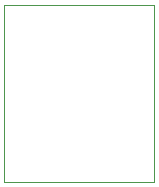
<source format=gm1>
%TF.GenerationSoftware,KiCad,Pcbnew,(5.1.6-0-10_14)*%
%TF.CreationDate,2020-09-09T09:44:54+09:00*%
%TF.ProjectId,qPCR-spi_switcher,71504352-2d73-4706-995f-737769746368,rev?*%
%TF.SameCoordinates,Original*%
%TF.FileFunction,Profile,NP*%
%FSLAX46Y46*%
G04 Gerber Fmt 4.6, Leading zero omitted, Abs format (unit mm)*
G04 Created by KiCad (PCBNEW (5.1.6-0-10_14)) date 2020-09-09 09:44:54*
%MOMM*%
%LPD*%
G01*
G04 APERTURE LIST*
%TA.AperFunction,Profile*%
%ADD10C,0.100000*%
%TD*%
G04 APERTURE END LIST*
D10*
X100330000Y-77350000D02*
X100330000Y-62350000D01*
X113030000Y-77350000D02*
X100330000Y-77350000D01*
X113030000Y-62350000D02*
X113030000Y-77350000D01*
X100330000Y-62350000D02*
X113030000Y-62350000D01*
M02*

</source>
